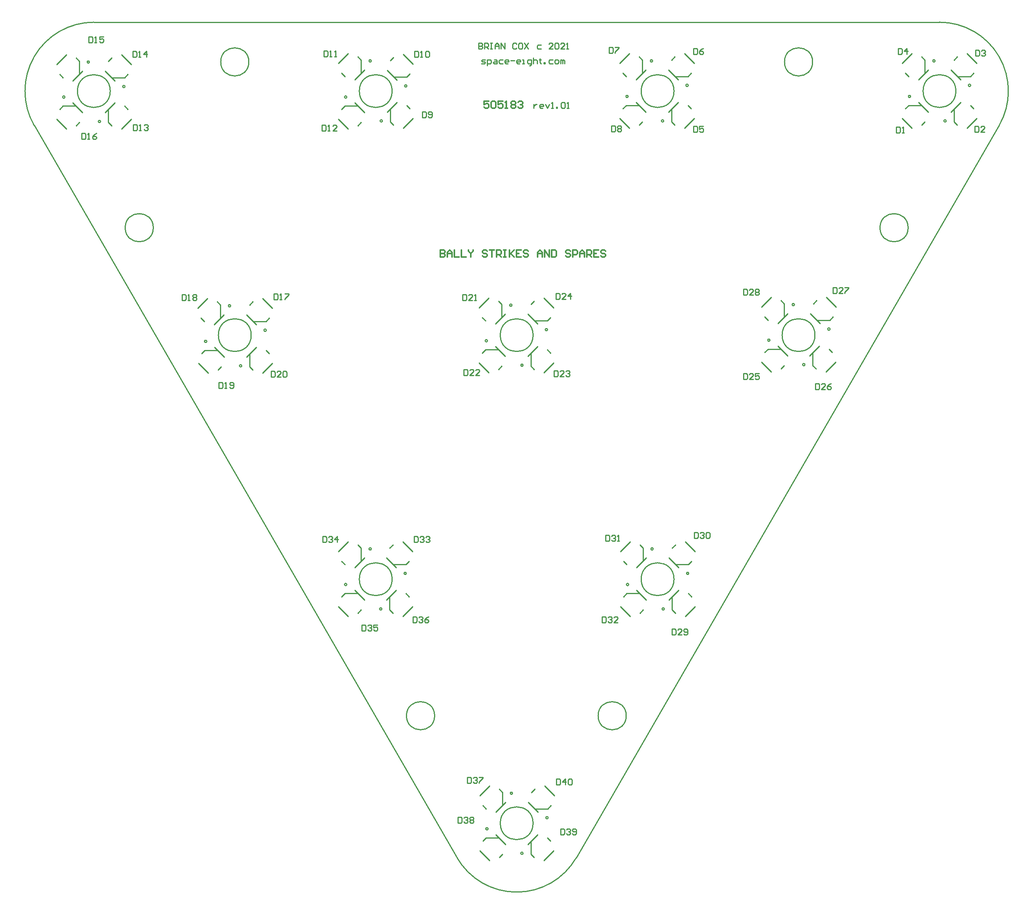
<source format=gto>
%FSLAX25Y25*%
%MOIN*%
G70*
G01*
G75*
G04 Layer_Color=65535*
%ADD10P,0.08352X4X90.0*%
%ADD11P,0.08352X4X180.0*%
%ADD12C,0.05000*%
%ADD13C,0.02500*%
%ADD14C,0.16500*%
%ADD15C,0.04000*%
%ADD16C,0.12500*%
%ADD17R,0.05000X0.08000*%
%ADD18R,0.08000X0.05000*%
G04:AMPARAMS|DCode=19|XSize=122.05mil|YSize=177.16mil|CornerRadius=0mil|HoleSize=0mil|Usage=FLASHONLY|Rotation=210.000|XOffset=0mil|YOffset=0mil|HoleType=Round|Shape=Rectangle|*
%AMROTATEDRECTD19*
4,1,4,0.00856,0.10723,0.09714,-0.04620,-0.00856,-0.10723,-0.09714,0.04620,0.00856,0.10723,0.0*
%
%ADD19ROTATEDRECTD19*%

G04:AMPARAMS|DCode=20|XSize=122.05mil|YSize=177.16mil|CornerRadius=0mil|HoleSize=0mil|Usage=FLASHONLY|Rotation=150.000|XOffset=0mil|YOffset=0mil|HoleType=Round|Shape=Rectangle|*
%AMROTATEDRECTD20*
4,1,4,0.09714,0.04620,0.00856,-0.10723,-0.09714,-0.04620,-0.00856,0.10723,0.09714,0.04620,0.0*
%
%ADD20ROTATEDRECTD20*%

%ADD21R,0.17716X0.12205*%
%ADD22C,0.01000*%
%ADD23C,0.01200*%
D22*
X1172500Y1059000D02*
G03*
X1172500Y1059000I-12000J0D01*
G01*
X1254000Y917500D02*
G03*
X1254000Y917500I-12000J0D01*
G01*
X850000Y501000D02*
G03*
X850000Y501000I-12000J0D01*
G01*
X1013500D02*
G03*
X1013500Y501000I-12000J0D01*
G01*
X915992Y851372D02*
G03*
X915992Y851372I-984J0D01*
G01*
X895112Y821007D02*
G03*
X895112Y821007I-984J0D01*
G01*
X925477Y800128D02*
G03*
X925477Y800128I-984J0D01*
G01*
X946356Y830493D02*
G03*
X946356Y830493I-984J0D01*
G01*
X1256112Y1029507D02*
G03*
X1256112Y1029507I-984J0D01*
G01*
X1286477Y1008628D02*
G03*
X1286477Y1008628I-984J0D01*
G01*
X1307356Y1038993D02*
G03*
X1307356Y1038993I-984J0D01*
G01*
X1276992Y1059872D02*
G03*
X1276992Y1059872I-984J0D01*
G01*
X1165977Y800628D02*
G03*
X1165977Y800628I-984J0D01*
G01*
X1187356Y830993D02*
G03*
X1187356Y830993I-984J0D01*
G01*
X1156992Y851872D02*
G03*
X1156992Y851872I-984J0D01*
G01*
X1045477Y1008628D02*
G03*
X1045477Y1008628I-984J0D01*
G01*
X1066356Y1038993D02*
G03*
X1066356Y1038993I-984J0D01*
G01*
X1035992Y1059872D02*
G03*
X1035992Y1059872I-984J0D01*
G01*
X1015112Y1029507D02*
G03*
X1015112Y1029507I-984J0D01*
G01*
X685477Y799628D02*
G03*
X685477Y799628I-984J0D01*
G01*
X655612Y820507D02*
G03*
X655612Y820507I-984J0D01*
G01*
X675992Y850872D02*
G03*
X675992Y850872I-984J0D01*
G01*
X706356Y829993D02*
G03*
X706356Y829993I-984J0D01*
G01*
X946856Y413993D02*
G03*
X946856Y413993I-984J0D01*
G01*
X925477Y383628D02*
G03*
X925477Y383628I-984J0D01*
G01*
X895612Y404507D02*
G03*
X895612Y404507I-984J0D01*
G01*
X916492Y434872D02*
G03*
X916492Y434872I-984J0D01*
G01*
X534612Y1029007D02*
G03*
X534612Y1029007I-984J0D01*
G01*
X555492Y1058872D02*
G03*
X555492Y1058872I-984J0D01*
G01*
X585856Y1037993D02*
G03*
X585856Y1037993I-984J0D01*
G01*
X564977Y1008128D02*
G03*
X564977Y1008128I-984J0D01*
G01*
X804977Y592128D02*
G03*
X804977Y592128I-984J0D01*
G01*
X775112Y613007D02*
G03*
X775112Y613007I-984J0D01*
G01*
X795992Y643372D02*
G03*
X795992Y643372I-984J0D01*
G01*
X825856Y622493D02*
G03*
X825856Y622493I-984J0D01*
G01*
X775112Y1029007D02*
G03*
X775112Y1029007I-984J0D01*
G01*
X795992Y1059872D02*
G03*
X795992Y1059872I-984J0D01*
G01*
X826356Y1038493D02*
G03*
X826356Y1038493I-984J0D01*
G01*
X805477Y1008628D02*
G03*
X805477Y1008628I-984J0D01*
G01*
X1015612Y613007D02*
G03*
X1015612Y613007I-984J0D01*
G01*
X1036492Y643372D02*
G03*
X1036492Y643372I-984J0D01*
G01*
X1066856Y622493D02*
G03*
X1066856Y622493I-984J0D01*
G01*
X1045977Y592128D02*
G03*
X1045977Y592128I-984J0D01*
G01*
X1136112Y821507D02*
G03*
X1136112Y821507I-984J0D01*
G01*
X691500Y1059000D02*
G03*
X691500Y1059000I-12000J0D01*
G01*
X610000Y917500D02*
G03*
X610000Y917500I-12000J0D01*
G01*
X869122Y379880D02*
G03*
X970897Y379880I50888J29380D01*
G01*
X934010Y825818D02*
G03*
X934010Y825818I-14000J0D01*
G01*
Y409260D02*
G03*
X934010Y409260I-14000J0D01*
G01*
X559260Y1092857D02*
G03*
X508372Y1004717I0J-58760D01*
G01*
X813760Y1034097D02*
G03*
X813760Y1034097I-14000J0D01*
G01*
X573260D02*
G03*
X573260Y1034097I-14000J0D01*
G01*
X693510Y825818D02*
G03*
X693510Y825818I-14000J0D01*
G01*
X813760Y617539D02*
G03*
X813760Y617539I-14000J0D01*
G01*
X1294760Y1034097D02*
G03*
X1294760Y1034097I-14000J0D01*
G01*
X1054260D02*
G03*
X1054260Y1034097I-14000J0D01*
G01*
X1174510Y825818D02*
G03*
X1174510Y825818I-14000J0D01*
G01*
X1054260Y617539D02*
G03*
X1054260Y617539I-14000J0D01*
G01*
X1331647Y1004717D02*
G03*
X1280760Y1092857I-50888J29380D01*
G01*
X907352Y840932D02*
Y852068D01*
X887864Y849284D02*
X896216Y857635D01*
X901784Y835365D02*
X910135Y843716D01*
X890648Y840932D02*
X893432Y838148D01*
X904568Y854852D02*
X907352Y852068D01*
X893432Y813352D02*
X904568Y813352D01*
X887864Y802216D02*
X896216Y793864D01*
X901784Y816136D02*
X910135Y807784D01*
X904568Y796648D02*
X907352Y799432D01*
X890648Y810568D02*
X893432Y813352D01*
X932148Y799432D02*
Y810568D01*
X943284Y793864D02*
X951635Y802216D01*
X929364Y807784D02*
X937716Y816136D01*
X946068Y813352D02*
X948852Y810568D01*
X932148Y799432D02*
X934932Y796648D01*
Y838148D02*
X946068D01*
X943284Y857635D02*
X951635Y849284D01*
X929364Y843716D02*
X937716Y835365D01*
X932148Y852068D02*
X934932Y854852D01*
X946068Y838148D02*
X948852Y840932D01*
X1254432Y1021852D02*
X1265568D01*
X1248864Y1010716D02*
X1257216Y1002365D01*
X1262784Y1024636D02*
X1271136Y1016284D01*
X1265568Y1005148D02*
X1268352Y1007932D01*
X1251648Y1019068D02*
X1254432Y1021852D01*
X1293148Y1007932D02*
Y1019068D01*
X1304284Y1002365D02*
X1312636Y1010716D01*
X1290364Y1016284D02*
X1298716Y1024636D01*
X1307068Y1021852D02*
X1309852Y1019068D01*
X1293148Y1007932D02*
X1295932Y1005148D01*
Y1046648D02*
X1307068D01*
X1304284Y1066136D02*
X1312636Y1057784D01*
X1290364Y1052216D02*
X1298716Y1043865D01*
X1293148Y1060568D02*
X1295932Y1063352D01*
X1307068Y1046648D02*
X1309852Y1049432D01*
X1268352D02*
Y1060568D01*
X1248864Y1057784D02*
X1257216Y1066136D01*
X1262784Y1043865D02*
X1271136Y1052216D01*
X1251648Y1049432D02*
X1254432Y1046648D01*
X1265568Y1063352D02*
X1268352Y1060568D01*
X1172648Y799932D02*
Y811068D01*
X1183784Y794365D02*
X1192136Y802716D01*
X1169864Y808284D02*
X1178216Y816636D01*
X1186568Y813852D02*
X1189352Y811068D01*
X1172648Y799932D02*
X1175432Y797148D01*
X1175932Y838648D02*
X1187068D01*
X1184284Y858136D02*
X1192636Y849784D01*
X1170364Y844216D02*
X1178716Y835865D01*
X1173148Y852568D02*
X1175932Y855352D01*
X1187068Y838648D02*
X1189852Y841432D01*
X1148352D02*
Y852568D01*
X1128864Y849784D02*
X1137216Y858136D01*
X1142784Y835865D02*
X1151136Y844216D01*
X1131648Y841432D02*
X1134432Y838648D01*
X1145568Y855352D02*
X1148352Y852568D01*
X1052148Y1007932D02*
Y1019068D01*
X1063284Y1002365D02*
X1071636Y1010716D01*
X1049364Y1016284D02*
X1057716Y1024636D01*
X1066068Y1021852D02*
X1068852Y1019068D01*
X1052148Y1007932D02*
X1054932Y1005148D01*
Y1046648D02*
X1066068D01*
X1063284Y1066136D02*
X1071636Y1057784D01*
X1049364Y1052216D02*
X1057716Y1043865D01*
X1052148Y1060568D02*
X1054932Y1063352D01*
X1066068Y1046648D02*
X1068852Y1049432D01*
X1027352D02*
Y1060568D01*
X1007864Y1057784D02*
X1016216Y1066136D01*
X1021784Y1043865D02*
X1030136Y1052216D01*
X1010648Y1049432D02*
X1013432Y1046648D01*
X1024568Y1063352D02*
X1027352Y1060568D01*
X1013432Y1021852D02*
X1024568D01*
X1007864Y1010716D02*
X1016216Y1002365D01*
X1021784Y1024636D02*
X1030136Y1016284D01*
X1024568Y1005148D02*
X1027352Y1007932D01*
X1010648Y1019068D02*
X1013432Y1021852D01*
X692148Y798932D02*
X694932Y796148D01*
X706068Y812852D02*
X708852Y810068D01*
X689364Y807284D02*
X697716Y815635D01*
X703284Y793364D02*
X711635Y801716D01*
X692148Y798932D02*
Y810068D01*
X651148D02*
X653932Y812852D01*
X665068Y796148D02*
X667852Y798932D01*
X662284Y815635D02*
X670636Y807284D01*
X648364Y801716D02*
X656716Y793364D01*
X653932Y812852D02*
X665068D01*
X664568Y854352D02*
X667352Y851568D01*
X650648Y840432D02*
X653432Y837648D01*
X661784Y834865D02*
X670135Y843216D01*
X647864Y848784D02*
X656216Y857135D01*
X667352Y840432D02*
Y851568D01*
X706068Y837648D02*
X708852Y840432D01*
X692148Y851568D02*
X694932Y854352D01*
X689364Y843216D02*
X697716Y834865D01*
X703284Y857135D02*
X711635Y848784D01*
X694932Y837648D02*
X706068D01*
X946568Y421648D02*
X949352Y424432D01*
X932648Y435568D02*
X935432Y438352D01*
X929865Y427216D02*
X938216Y418864D01*
X943784Y441136D02*
X952135Y432784D01*
X935432Y421648D02*
X946568D01*
X932148Y382932D02*
X934932Y380148D01*
X946068Y396852D02*
X948852Y394068D01*
X929364Y391284D02*
X937716Y399636D01*
X943284Y377364D02*
X951635Y385716D01*
X932148Y382932D02*
Y394068D01*
X891148D02*
X893932Y396852D01*
X905068Y380148D02*
X907852Y382932D01*
X902284Y399636D02*
X910635Y391284D01*
X888365Y385716D02*
X896716Y377364D01*
X893932Y396852D02*
X905068D01*
Y438352D02*
X907852Y435568D01*
X891148Y424432D02*
X893932Y421648D01*
X902284Y418864D02*
X910635Y427216D01*
X888365Y432784D02*
X896716Y441136D01*
X907852Y424432D02*
Y435568D01*
X530148Y1018568D02*
X532932Y1021352D01*
X544068Y1004648D02*
X546852Y1007432D01*
X541284Y1024135D02*
X549636Y1015784D01*
X527364Y1010216D02*
X535716Y1001865D01*
X532932Y1021352D02*
X544068D01*
Y1062352D02*
X546852Y1059568D01*
X530148Y1048432D02*
X532932Y1045648D01*
X541284Y1042865D02*
X549636Y1051216D01*
X527364Y1056784D02*
X535716Y1065135D01*
X546852Y1048432D02*
Y1059568D01*
X585568Y1045648D02*
X588352Y1048432D01*
X571648Y1059568D02*
X574432Y1062352D01*
X568864Y1051216D02*
X577216Y1042865D01*
X582784Y1065135D02*
X591136Y1056784D01*
X574432Y1045648D02*
X585568D01*
X571648Y1007432D02*
X574432Y1004648D01*
X585568Y1021352D02*
X588352Y1018568D01*
X568864Y1015784D02*
X577216Y1024135D01*
X582784Y1001865D02*
X591136Y1010216D01*
X571648Y1007432D02*
Y1018568D01*
X811648Y591432D02*
X814432Y588648D01*
X825568Y605352D02*
X828352Y602568D01*
X808864Y599784D02*
X817216Y608136D01*
X822784Y585864D02*
X831135Y594216D01*
X811648Y591432D02*
Y602568D01*
X770648D02*
X773432Y605352D01*
X784568Y588648D02*
X787352Y591432D01*
X781784Y608136D02*
X790135Y599784D01*
X767865Y594216D02*
X776216Y585864D01*
X773432Y605352D02*
X784568D01*
Y646852D02*
X787352Y644068D01*
X770648Y632932D02*
X773432Y630148D01*
X781784Y627364D02*
X790135Y635716D01*
X767865Y641284D02*
X776216Y649636D01*
X787352Y632932D02*
Y644068D01*
X825568Y630148D02*
X828352Y632932D01*
X811648Y644068D02*
X814432Y646852D01*
X808864Y635716D02*
X817216Y627364D01*
X822784Y649636D02*
X831135Y641284D01*
X814432Y630148D02*
X825568D01*
X770648Y1018568D02*
X773432Y1021352D01*
X784568Y1004648D02*
X787352Y1007432D01*
X781784Y1024135D02*
X790135Y1015784D01*
X767865Y1010216D02*
X776216Y1001865D01*
X773432Y1021352D02*
X784568D01*
Y1063352D02*
X787352Y1060568D01*
X770648Y1049432D02*
X773432Y1046648D01*
X781784Y1043865D02*
X790135Y1052216D01*
X767865Y1057784D02*
X776216Y1066136D01*
X787352Y1049432D02*
Y1060568D01*
X826068Y1046148D02*
X828852Y1048932D01*
X812148Y1060068D02*
X814932Y1062852D01*
X809365Y1051716D02*
X817716Y1043365D01*
X823284Y1065635D02*
X831635Y1057284D01*
X814932Y1046148D02*
X826068D01*
X812148Y1007932D02*
X814932Y1005148D01*
X826068Y1021852D02*
X828852Y1019068D01*
X809365Y1016284D02*
X817716Y1024636D01*
X823284Y1002365D02*
X831635Y1010716D01*
X812148Y1007932D02*
Y1019068D01*
X1011148Y602568D02*
X1013932Y605352D01*
X1025068Y588648D02*
X1027852Y591432D01*
X1022284Y608136D02*
X1030636Y599784D01*
X1008364Y594216D02*
X1016716Y585864D01*
X1013932Y605352D02*
X1025068D01*
Y646852D02*
X1027852Y644068D01*
X1011148Y632932D02*
X1013932Y630148D01*
X1022284Y627364D02*
X1030636Y635716D01*
X1008364Y641284D02*
X1016716Y649636D01*
X1027852Y632932D02*
Y644068D01*
X1066568Y630148D02*
X1069352Y632932D01*
X1052648Y644068D02*
X1055432Y646852D01*
X1049864Y635716D02*
X1058216Y627364D01*
X1063784Y649636D02*
X1072136Y641284D01*
X1055432Y630148D02*
X1066568D01*
X1052648Y591432D02*
X1055432Y588648D01*
X1066568Y605352D02*
X1069352Y602568D01*
X1049864Y599784D02*
X1058216Y608136D01*
X1063784Y585864D02*
X1072136Y594216D01*
X1052648Y591432D02*
Y602568D01*
X1131648Y811068D02*
X1134432Y813852D01*
X1145568Y797148D02*
X1148352Y799932D01*
X1142784Y816636D02*
X1151136Y808284D01*
X1128864Y802716D02*
X1137216Y794365D01*
X1134432Y813852D02*
X1145568D01*
X559260Y1092857D02*
X1280760D01*
X508372Y1004717D02*
X869122Y379880D01*
X970897D02*
X1331647Y1004717D01*
X1175000Y784498D02*
Y779500D01*
X1177499D01*
X1178332Y780333D01*
Y783665D01*
X1177499Y784498D01*
X1175000D01*
X1183331Y779500D02*
X1179998D01*
X1183331Y782832D01*
Y783665D01*
X1182498Y784498D01*
X1180831D01*
X1179998Y783665D01*
X1188329Y784498D02*
X1186663Y783665D01*
X1184997Y781999D01*
Y780333D01*
X1185830Y779500D01*
X1187496D01*
X1188329Y780333D01*
Y781166D01*
X1187496Y781999D01*
X1184997D01*
X1190000Y866498D02*
Y861500D01*
X1192499D01*
X1193332Y862333D01*
Y865665D01*
X1192499Y866498D01*
X1190000D01*
X1198331Y861500D02*
X1194998D01*
X1198331Y864832D01*
Y865665D01*
X1197498Y866498D01*
X1195831D01*
X1194998Y865665D01*
X1199997Y866498D02*
X1203329D01*
Y865665D01*
X1199997Y862333D01*
Y861500D01*
X1113500Y864998D02*
Y860000D01*
X1115999D01*
X1116832Y860833D01*
Y864165D01*
X1115999Y864998D01*
X1113500D01*
X1121831Y860000D02*
X1118498D01*
X1121831Y863332D01*
Y864165D01*
X1120998Y864998D01*
X1119331D01*
X1118498Y864165D01*
X1123497D02*
X1124330Y864998D01*
X1125996D01*
X1126829Y864165D01*
Y863332D01*
X1125996Y862499D01*
X1126829Y861666D01*
Y860833D01*
X1125996Y860000D01*
X1124330D01*
X1123497Y860833D01*
Y861666D01*
X1124330Y862499D01*
X1123497Y863332D01*
Y864165D01*
X1124330Y862499D02*
X1125996D01*
X1071000Y1003998D02*
Y999000D01*
X1073499D01*
X1074332Y999833D01*
Y1003165D01*
X1073499Y1003998D01*
X1071000D01*
X1079331D02*
X1075998D01*
Y1001499D01*
X1077664Y1002332D01*
X1078498D01*
X1079331Y1001499D01*
Y999833D01*
X1078498Y999000D01*
X1076831D01*
X1075998Y999833D01*
X1071000Y1070498D02*
Y1065500D01*
X1073499D01*
X1074332Y1066333D01*
Y1069665D01*
X1073499Y1070498D01*
X1071000D01*
X1079331D02*
X1077664Y1069665D01*
X1075998Y1067999D01*
Y1066333D01*
X1076831Y1065500D01*
X1078498D01*
X1079331Y1066333D01*
Y1067166D01*
X1078498Y1067999D01*
X1075998D01*
X999000Y1071498D02*
Y1066500D01*
X1001499D01*
X1002332Y1067333D01*
Y1070665D01*
X1001499Y1071498D01*
X999000D01*
X1003998D02*
X1007331D01*
Y1070665D01*
X1003998Y1067333D01*
Y1066500D01*
X1001000Y1004498D02*
Y999500D01*
X1003499D01*
X1004332Y1000333D01*
Y1003665D01*
X1003499Y1004498D01*
X1001000D01*
X1005998Y1003665D02*
X1006831Y1004498D01*
X1008498D01*
X1009331Y1003665D01*
Y1002832D01*
X1008498Y1001999D01*
X1009331Y1001166D01*
Y1000333D01*
X1008498Y999500D01*
X1006831D01*
X1005998Y1000333D01*
Y1001166D01*
X1006831Y1001999D01*
X1005998Y1002832D01*
Y1003665D01*
X1006831Y1001999D02*
X1008498D01*
X874000Y860498D02*
Y855500D01*
X876499D01*
X877332Y856333D01*
Y859665D01*
X876499Y860498D01*
X874000D01*
X882331Y855500D02*
X878998D01*
X882331Y858832D01*
Y859665D01*
X881498Y860498D01*
X879831D01*
X878998Y859665D01*
X883997Y855500D02*
X885663D01*
X884830D01*
Y860498D01*
X883997Y859665D01*
X875000Y796498D02*
Y791500D01*
X877499D01*
X878332Y792333D01*
Y795665D01*
X877499Y796498D01*
X875000D01*
X883331Y791500D02*
X879998D01*
X883331Y794832D01*
Y795665D01*
X882498Y796498D01*
X880831D01*
X879998Y795665D01*
X888329Y791500D02*
X884997D01*
X888329Y794832D01*
Y795665D01*
X887496Y796498D01*
X885830D01*
X884997Y795665D01*
X952000Y795498D02*
Y790500D01*
X954499D01*
X955332Y791333D01*
Y794665D01*
X954499Y795498D01*
X952000D01*
X960331Y790500D02*
X956998D01*
X960331Y793832D01*
Y794665D01*
X959498Y795498D01*
X957831D01*
X956998Y794665D01*
X961997D02*
X962830Y795498D01*
X964496D01*
X965329Y794665D01*
Y793832D01*
X964496Y792999D01*
X963663D01*
X964496D01*
X965329Y792166D01*
Y791333D01*
X964496Y790500D01*
X962830D01*
X961997Y791333D01*
X953500Y861498D02*
Y856500D01*
X955999D01*
X956832Y857333D01*
Y860665D01*
X955999Y861498D01*
X953500D01*
X961831Y856500D02*
X958498D01*
X961831Y859832D01*
Y860665D01*
X960998Y861498D01*
X959331D01*
X958498Y860665D01*
X965996Y856500D02*
Y861498D01*
X963497Y858999D01*
X966829D01*
X1244000Y1003498D02*
Y998500D01*
X1246499D01*
X1247332Y999333D01*
Y1002665D01*
X1246499Y1003498D01*
X1244000D01*
X1248998Y998500D02*
X1250665D01*
X1249831D01*
Y1003498D01*
X1248998Y1002665D01*
X1311000Y1003998D02*
Y999000D01*
X1313499D01*
X1314332Y999833D01*
Y1003165D01*
X1313499Y1003998D01*
X1311000D01*
X1319331Y999000D02*
X1315998D01*
X1319331Y1002332D01*
Y1003165D01*
X1318498Y1003998D01*
X1316831D01*
X1315998Y1003165D01*
X1311500Y1068998D02*
Y1064000D01*
X1313999D01*
X1314832Y1064833D01*
Y1068165D01*
X1313999Y1068998D01*
X1311500D01*
X1316498Y1068165D02*
X1317331Y1068998D01*
X1318998D01*
X1319831Y1068165D01*
Y1067332D01*
X1318998Y1066499D01*
X1318165D01*
X1318998D01*
X1319831Y1065666D01*
Y1064833D01*
X1318998Y1064000D01*
X1317331D01*
X1316498Y1064833D01*
X1245500Y1070498D02*
Y1065500D01*
X1247999D01*
X1248832Y1066333D01*
Y1069665D01*
X1247999Y1070498D01*
X1245500D01*
X1252998Y1065500D02*
Y1070498D01*
X1250498Y1067999D01*
X1253831D01*
X1113500Y792998D02*
Y788000D01*
X1115999D01*
X1116832Y788833D01*
Y792165D01*
X1115999Y792998D01*
X1113500D01*
X1121831Y788000D02*
X1118498D01*
X1121831Y791332D01*
Y792165D01*
X1120998Y792998D01*
X1119331D01*
X1118498Y792165D01*
X1126829Y792998D02*
X1123497D01*
Y790499D01*
X1125163Y791332D01*
X1125996D01*
X1126829Y790499D01*
Y788833D01*
X1125996Y788000D01*
X1124330D01*
X1123497Y788833D01*
X754000Y1004998D02*
Y1000000D01*
X756499D01*
X757332Y1000833D01*
Y1004165D01*
X756499Y1004998D01*
X754000D01*
X758998Y1000000D02*
X760665D01*
X759831D01*
Y1004998D01*
X758998Y1004165D01*
X766496Y1000000D02*
X763164D01*
X766496Y1003332D01*
Y1004165D01*
X765663Y1004998D01*
X763997D01*
X763164Y1004165D01*
X755500Y1068498D02*
Y1063500D01*
X757999D01*
X758832Y1064333D01*
Y1067665D01*
X757999Y1068498D01*
X755500D01*
X760498Y1063500D02*
X762164D01*
X761331D01*
Y1068498D01*
X760498Y1067665D01*
X764664Y1063500D02*
X766330D01*
X765497D01*
Y1068498D01*
X764664Y1067665D01*
X833000Y1067998D02*
Y1063000D01*
X835499D01*
X836332Y1063833D01*
Y1067165D01*
X835499Y1067998D01*
X833000D01*
X837998Y1063000D02*
X839664D01*
X838831D01*
Y1067998D01*
X837998Y1067165D01*
X842164D02*
X842997Y1067998D01*
X844663D01*
X845496Y1067165D01*
Y1063833D01*
X844663Y1063000D01*
X842997D01*
X842164Y1063833D01*
Y1067165D01*
X839500Y1016498D02*
Y1011500D01*
X841999D01*
X842832Y1012333D01*
Y1015665D01*
X841999Y1016498D01*
X839500D01*
X844498Y1012333D02*
X845331Y1011500D01*
X846998D01*
X847831Y1012333D01*
Y1015665D01*
X846998Y1016498D01*
X845331D01*
X844498Y1015665D01*
Y1014832D01*
X845331Y1013999D01*
X847831D01*
X993000Y585498D02*
Y580500D01*
X995499D01*
X996332Y581333D01*
Y584665D01*
X995499Y585498D01*
X993000D01*
X997998Y584665D02*
X998831Y585498D01*
X1000498D01*
X1001331Y584665D01*
Y583832D01*
X1000498Y582999D01*
X999664D01*
X1000498D01*
X1001331Y582166D01*
Y581333D01*
X1000498Y580500D01*
X998831D01*
X997998Y581333D01*
X1006329Y580500D02*
X1002997D01*
X1006329Y583832D01*
Y584665D01*
X1005496Y585498D01*
X1003830D01*
X1002997Y584665D01*
X996000Y654998D02*
Y650000D01*
X998499D01*
X999332Y650833D01*
Y654165D01*
X998499Y654998D01*
X996000D01*
X1000998Y654165D02*
X1001831Y654998D01*
X1003498D01*
X1004331Y654165D01*
Y653332D01*
X1003498Y652499D01*
X1002664D01*
X1003498D01*
X1004331Y651666D01*
Y650833D01*
X1003498Y650000D01*
X1001831D01*
X1000998Y650833D01*
X1005997Y650000D02*
X1007663D01*
X1006830D01*
Y654998D01*
X1005997Y654165D01*
X1071500Y657498D02*
Y652500D01*
X1073999D01*
X1074832Y653333D01*
Y656665D01*
X1073999Y657498D01*
X1071500D01*
X1076498Y656665D02*
X1077331Y657498D01*
X1078998D01*
X1079831Y656665D01*
Y655832D01*
X1078998Y654999D01*
X1078164D01*
X1078998D01*
X1079831Y654166D01*
Y653333D01*
X1078998Y652500D01*
X1077331D01*
X1076498Y653333D01*
X1081497Y656665D02*
X1082330Y657498D01*
X1083996D01*
X1084829Y656665D01*
Y653333D01*
X1083996Y652500D01*
X1082330D01*
X1081497Y653333D01*
Y656665D01*
X1052500Y574998D02*
Y570000D01*
X1054999D01*
X1055832Y570833D01*
Y574165D01*
X1054999Y574998D01*
X1052500D01*
X1060831Y570000D02*
X1057498D01*
X1060831Y573332D01*
Y574165D01*
X1059998Y574998D01*
X1058331D01*
X1057498Y574165D01*
X1062497Y570833D02*
X1063330Y570000D01*
X1064996D01*
X1065829Y570833D01*
Y574165D01*
X1064996Y574998D01*
X1063330D01*
X1062497Y574165D01*
Y573332D01*
X1063330Y572499D01*
X1065829D01*
X549000Y997998D02*
Y993000D01*
X551499D01*
X552332Y993833D01*
Y997165D01*
X551499Y997998D01*
X549000D01*
X553998Y993000D02*
X555664D01*
X554831D01*
Y997998D01*
X553998Y997165D01*
X561496Y997998D02*
X559830Y997165D01*
X558164Y995499D01*
Y993833D01*
X558997Y993000D01*
X560663D01*
X561496Y993833D01*
Y994666D01*
X560663Y995499D01*
X558164D01*
X555000Y1080498D02*
Y1075500D01*
X557499D01*
X558332Y1076333D01*
Y1079665D01*
X557499Y1080498D01*
X555000D01*
X559998Y1075500D02*
X561664D01*
X560831D01*
Y1080498D01*
X559998Y1079665D01*
X567496Y1080498D02*
X564164D01*
Y1077999D01*
X565830Y1078832D01*
X566663D01*
X567496Y1077999D01*
Y1076333D01*
X566663Y1075500D01*
X564997D01*
X564164Y1076333D01*
X592500Y1067998D02*
Y1063000D01*
X594999D01*
X595832Y1063833D01*
Y1067165D01*
X594999Y1067998D01*
X592500D01*
X597498Y1063000D02*
X599164D01*
X598331D01*
Y1067998D01*
X597498Y1067165D01*
X604163Y1063000D02*
Y1067998D01*
X601664Y1065499D01*
X604996D01*
X593000Y1005498D02*
Y1000500D01*
X595499D01*
X596332Y1001333D01*
Y1004665D01*
X595499Y1005498D01*
X593000D01*
X597998Y1000500D02*
X599664D01*
X598831D01*
Y1005498D01*
X597998Y1004665D01*
X602164D02*
X602997Y1005498D01*
X604663D01*
X605496Y1004665D01*
Y1003832D01*
X604663Y1002999D01*
X603830D01*
X604663D01*
X605496Y1002166D01*
Y1001333D01*
X604663Y1000500D01*
X602997D01*
X602164Y1001333D01*
X831500Y585498D02*
Y580500D01*
X833999D01*
X834832Y581333D01*
Y584665D01*
X833999Y585498D01*
X831500D01*
X836498Y584665D02*
X837331Y585498D01*
X838998D01*
X839831Y584665D01*
Y583832D01*
X838998Y582999D01*
X838165D01*
X838998D01*
X839831Y582166D01*
Y581333D01*
X838998Y580500D01*
X837331D01*
X836498Y581333D01*
X844829Y585498D02*
X843163Y584665D01*
X841497Y582999D01*
Y581333D01*
X842330Y580500D01*
X843996D01*
X844829Y581333D01*
Y582166D01*
X843996Y582999D01*
X841497D01*
X788000Y578498D02*
Y573500D01*
X790499D01*
X791332Y574333D01*
Y577665D01*
X790499Y578498D01*
X788000D01*
X792998Y577665D02*
X793831Y578498D01*
X795498D01*
X796331Y577665D01*
Y576832D01*
X795498Y575999D01*
X794664D01*
X795498D01*
X796331Y575166D01*
Y574333D01*
X795498Y573500D01*
X793831D01*
X792998Y574333D01*
X801329Y578498D02*
X797997D01*
Y575999D01*
X799663Y576832D01*
X800496D01*
X801329Y575999D01*
Y574333D01*
X800496Y573500D01*
X798830D01*
X797997Y574333D01*
X754500Y653998D02*
Y649000D01*
X756999D01*
X757832Y649833D01*
Y653165D01*
X756999Y653998D01*
X754500D01*
X759498Y653165D02*
X760331Y653998D01*
X761998D01*
X762831Y653165D01*
Y652332D01*
X761998Y651499D01*
X761165D01*
X761998D01*
X762831Y650666D01*
Y649833D01*
X761998Y649000D01*
X760331D01*
X759498Y649833D01*
X766996Y649000D02*
Y653998D01*
X764497Y651499D01*
X767829D01*
X832500Y653998D02*
Y649000D01*
X834999D01*
X835832Y649833D01*
Y653165D01*
X834999Y653998D01*
X832500D01*
X837498Y653165D02*
X838331Y653998D01*
X839998D01*
X840831Y653165D01*
Y652332D01*
X839998Y651499D01*
X839165D01*
X839998D01*
X840831Y650666D01*
Y649833D01*
X839998Y649000D01*
X838331D01*
X837498Y649833D01*
X842497Y653165D02*
X843330Y653998D01*
X844996D01*
X845829Y653165D01*
Y652332D01*
X844996Y651499D01*
X844163D01*
X844996D01*
X845829Y650666D01*
Y649833D01*
X844996Y649000D01*
X843330D01*
X842497Y649833D01*
X710500Y794998D02*
Y790000D01*
X712999D01*
X713832Y790833D01*
Y794165D01*
X712999Y794998D01*
X710500D01*
X718831Y790000D02*
X715498D01*
X718831Y793332D01*
Y794165D01*
X717998Y794998D01*
X716331D01*
X715498Y794165D01*
X720497D02*
X721330Y794998D01*
X722996D01*
X723829Y794165D01*
Y790833D01*
X722996Y790000D01*
X721330D01*
X720497Y790833D01*
Y794165D01*
X666000Y785498D02*
Y780500D01*
X668499D01*
X669332Y781333D01*
Y784665D01*
X668499Y785498D01*
X666000D01*
X670998Y780500D02*
X672664D01*
X671831D01*
Y785498D01*
X670998Y784665D01*
X675164Y781333D02*
X675997Y780500D01*
X677663D01*
X678496Y781333D01*
Y784665D01*
X677663Y785498D01*
X675997D01*
X675164Y784665D01*
Y783832D01*
X675997Y782999D01*
X678496D01*
X634500Y860498D02*
Y855500D01*
X636999D01*
X637832Y856333D01*
Y859665D01*
X636999Y860498D01*
X634500D01*
X639498Y855500D02*
X641164D01*
X640331D01*
Y860498D01*
X639498Y859665D01*
X643664D02*
X644497Y860498D01*
X646163D01*
X646996Y859665D01*
Y858832D01*
X646163Y857999D01*
X646996Y857166D01*
Y856333D01*
X646163Y855500D01*
X644497D01*
X643664Y856333D01*
Y857166D01*
X644497Y857999D01*
X643664Y858832D01*
Y859665D01*
X644497Y857999D02*
X646163D01*
X713000Y860998D02*
Y856000D01*
X715499D01*
X716332Y856833D01*
Y860165D01*
X715499Y860998D01*
X713000D01*
X717998Y856000D02*
X719664D01*
X718831D01*
Y860998D01*
X717998Y860165D01*
X722164Y860998D02*
X725496D01*
Y860165D01*
X722164Y856833D01*
Y856000D01*
X954000Y446998D02*
Y442000D01*
X956499D01*
X957332Y442833D01*
Y446165D01*
X956499Y446998D01*
X954000D01*
X961498Y442000D02*
Y446998D01*
X958998Y444499D01*
X962331D01*
X963997Y446165D02*
X964830Y446998D01*
X966496D01*
X967329Y446165D01*
Y442833D01*
X966496Y442000D01*
X964830D01*
X963997Y442833D01*
Y446165D01*
X957500Y404498D02*
Y399500D01*
X959999D01*
X960832Y400333D01*
Y403665D01*
X959999Y404498D01*
X957500D01*
X962498Y403665D02*
X963331Y404498D01*
X964998D01*
X965831Y403665D01*
Y402832D01*
X964998Y401999D01*
X964165D01*
X964998D01*
X965831Y401166D01*
Y400333D01*
X964998Y399500D01*
X963331D01*
X962498Y400333D01*
X967497D02*
X968330Y399500D01*
X969996D01*
X970829Y400333D01*
Y403665D01*
X969996Y404498D01*
X968330D01*
X967497Y403665D01*
Y402832D01*
X968330Y401999D01*
X970829D01*
X870000Y414498D02*
Y409500D01*
X872499D01*
X873332Y410333D01*
Y413665D01*
X872499Y414498D01*
X870000D01*
X874998Y413665D02*
X875831Y414498D01*
X877498D01*
X878331Y413665D01*
Y412832D01*
X877498Y411999D01*
X876665D01*
X877498D01*
X878331Y411166D01*
Y410333D01*
X877498Y409500D01*
X875831D01*
X874998Y410333D01*
X879997Y413665D02*
X880830Y414498D01*
X882496D01*
X883329Y413665D01*
Y412832D01*
X882496Y411999D01*
X883329Y411166D01*
Y410333D01*
X882496Y409500D01*
X880830D01*
X879997Y410333D01*
Y411166D01*
X880830Y411999D01*
X879997Y412832D01*
Y413665D01*
X880830Y411999D02*
X882496D01*
X878000Y448498D02*
Y443500D01*
X880499D01*
X881332Y444333D01*
Y447665D01*
X880499Y448498D01*
X878000D01*
X882998Y447665D02*
X883831Y448498D01*
X885498D01*
X886331Y447665D01*
Y446832D01*
X885498Y445999D01*
X884665D01*
X885498D01*
X886331Y445166D01*
Y444333D01*
X885498Y443500D01*
X883831D01*
X882998Y444333D01*
X887997Y448498D02*
X891329D01*
Y447665D01*
X887997Y444333D01*
Y443500D01*
X890000Y1057500D02*
X892499D01*
X893332Y1058333D01*
X892499Y1059166D01*
X890833D01*
X890000Y1059999D01*
X890833Y1060832D01*
X893332D01*
X894998Y1055834D02*
Y1060832D01*
X897498D01*
X898331Y1059999D01*
Y1058333D01*
X897498Y1057500D01*
X894998D01*
X900830Y1060832D02*
X902496D01*
X903329Y1059999D01*
Y1057500D01*
X900830D01*
X899997Y1058333D01*
X900830Y1059166D01*
X903329D01*
X908327Y1060832D02*
X905828D01*
X904995Y1059999D01*
Y1058333D01*
X905828Y1057500D01*
X908327D01*
X912493D02*
X910827D01*
X909993Y1058333D01*
Y1059999D01*
X910827Y1060832D01*
X912493D01*
X913326Y1059999D01*
Y1059166D01*
X909993D01*
X914992Y1059999D02*
X918324D01*
X922489Y1057500D02*
X920823D01*
X919990Y1058333D01*
Y1059999D01*
X920823Y1060832D01*
X922489D01*
X923322Y1059999D01*
Y1059166D01*
X919990D01*
X924989Y1057500D02*
X926655D01*
X925822D01*
Y1060832D01*
X924989D01*
X930820Y1055834D02*
X931653D01*
X932486Y1056667D01*
Y1060832D01*
X929987D01*
X929154Y1059999D01*
Y1058333D01*
X929987Y1057500D01*
X932486D01*
X934152Y1062498D02*
Y1057500D01*
Y1059999D01*
X934985Y1060832D01*
X936652D01*
X937485Y1059999D01*
Y1057500D01*
X939984Y1061665D02*
Y1060832D01*
X939151D01*
X940817D01*
X939984D01*
Y1058333D01*
X940817Y1057500D01*
X943316D02*
Y1058333D01*
X944149D01*
Y1057500D01*
X943316D01*
X950814Y1060832D02*
X948314D01*
X947481Y1059999D01*
Y1058333D01*
X948314Y1057500D01*
X950814D01*
X953313D02*
X954979D01*
X955812Y1058333D01*
Y1059999D01*
X954979Y1060832D01*
X953313D01*
X952480Y1059999D01*
Y1058333D01*
X953313Y1057500D01*
X957478D02*
Y1060832D01*
X958311D01*
X959144Y1059999D01*
Y1057500D01*
Y1059999D01*
X959977Y1060832D01*
X960810Y1059999D01*
Y1057500D01*
X934619Y1022836D02*
Y1019504D01*
Y1021170D01*
X935452Y1022003D01*
X936285Y1022836D01*
X937119D01*
X942117Y1019504D02*
X940451D01*
X939618Y1020337D01*
Y1022003D01*
X940451Y1022836D01*
X942117D01*
X942950Y1022003D01*
Y1021170D01*
X939618D01*
X944616Y1022836D02*
X946282Y1019504D01*
X947948Y1022836D01*
X949615Y1019504D02*
X951281D01*
X950447D01*
Y1024502D01*
X949615Y1023669D01*
X953780Y1019504D02*
Y1020337D01*
X954613D01*
Y1019504D01*
X953780D01*
X957945Y1023669D02*
X958778Y1024502D01*
X960444D01*
X961277Y1023669D01*
Y1020337D01*
X960444Y1019504D01*
X958778D01*
X957945Y1020337D01*
Y1023669D01*
X962943Y1019504D02*
X964610D01*
X963776D01*
Y1024502D01*
X962943Y1023669D01*
X887500Y1074998D02*
Y1070000D01*
X889999D01*
X890832Y1070833D01*
Y1071666D01*
X889999Y1072499D01*
X887500D01*
X889999D01*
X890832Y1073332D01*
Y1074165D01*
X889999Y1074998D01*
X887500D01*
X892498Y1070000D02*
Y1074998D01*
X894998D01*
X895831Y1074165D01*
Y1072499D01*
X894998Y1071666D01*
X892498D01*
X894164D02*
X895831Y1070000D01*
X897497Y1074998D02*
X899163D01*
X898330D01*
Y1070000D01*
X897497D01*
X899163D01*
X901662D02*
Y1073332D01*
X903328Y1074998D01*
X904994Y1073332D01*
Y1070000D01*
Y1072499D01*
X901662D01*
X906660Y1070000D02*
Y1074998D01*
X909993Y1070000D01*
Y1074998D01*
X919989Y1074165D02*
X919156Y1074998D01*
X917490D01*
X916657Y1074165D01*
Y1070833D01*
X917490Y1070000D01*
X919156D01*
X919989Y1070833D01*
X924155Y1074998D02*
X922489D01*
X921656Y1074165D01*
Y1070833D01*
X922489Y1070000D01*
X924155D01*
X924988Y1070833D01*
Y1074165D01*
X924155Y1074998D01*
X926654D02*
X929986Y1070000D01*
Y1074998D02*
X926654Y1070000D01*
X940832Y1073332D02*
X938333D01*
X937500Y1072499D01*
Y1070833D01*
X938333Y1070000D01*
X940832D01*
X950829D02*
X947497D01*
X950829Y1073332D01*
Y1074165D01*
X949996Y1074998D01*
X948330D01*
X947497Y1074165D01*
X952495D02*
X953328Y1074998D01*
X954994D01*
X955827Y1074165D01*
Y1070833D01*
X954994Y1070000D01*
X953328D01*
X952495Y1070833D01*
Y1074165D01*
X960826Y1070000D02*
X957493D01*
X960826Y1073332D01*
Y1074165D01*
X959993Y1074998D01*
X958327D01*
X957493Y1074165D01*
X962492Y1070000D02*
X964158D01*
X963325D01*
Y1074998D01*
X962492Y1074165D01*
D23*
X855000Y898498D02*
Y892500D01*
X857999D01*
X858999Y893500D01*
Y894499D01*
X857999Y895499D01*
X855000D01*
X857999D01*
X858999Y896499D01*
Y897498D01*
X857999Y898498D01*
X855000D01*
X860998Y892500D02*
Y896499D01*
X862997Y898498D01*
X864997Y896499D01*
Y892500D01*
Y895499D01*
X860998D01*
X866996Y898498D02*
Y892500D01*
X870995D01*
X872994Y898498D02*
Y892500D01*
X876993D01*
X878992Y898498D02*
Y897498D01*
X880992Y895499D01*
X882991Y897498D01*
Y898498D01*
X880992Y895499D02*
Y892500D01*
X894987Y897498D02*
X893987Y898498D01*
X891988D01*
X890988Y897498D01*
Y896499D01*
X891988Y895499D01*
X893987D01*
X894987Y894499D01*
Y893500D01*
X893987Y892500D01*
X891988D01*
X890988Y893500D01*
X896986Y898498D02*
X900985D01*
X898986D01*
Y892500D01*
X902985D02*
Y898498D01*
X905984D01*
X906983Y897498D01*
Y895499D01*
X905984Y894499D01*
X902985D01*
X904984D02*
X906983Y892500D01*
X908982Y898498D02*
X910982D01*
X909982D01*
Y892500D01*
X908982D01*
X910982D01*
X913981Y898498D02*
Y892500D01*
Y894499D01*
X917980Y898498D01*
X914981Y895499D01*
X917980Y892500D01*
X923978Y898498D02*
X919979D01*
Y892500D01*
X923978D01*
X919979Y895499D02*
X921978D01*
X929976Y897498D02*
X928976Y898498D01*
X926977D01*
X925977Y897498D01*
Y896499D01*
X926977Y895499D01*
X928976D01*
X929976Y894499D01*
Y893500D01*
X928976Y892500D01*
X926977D01*
X925977Y893500D01*
X937973Y892500D02*
Y896499D01*
X939972Y898498D01*
X941972Y896499D01*
Y892500D01*
Y895499D01*
X937973D01*
X943971Y892500D02*
Y898498D01*
X947970Y892500D01*
Y898498D01*
X949969D02*
Y892500D01*
X952968D01*
X953968Y893500D01*
Y897498D01*
X952968Y898498D01*
X949969D01*
X965964Y897498D02*
X964964Y898498D01*
X962965D01*
X961965Y897498D01*
Y896499D01*
X962965Y895499D01*
X964964D01*
X965964Y894499D01*
Y893500D01*
X964964Y892500D01*
X962965D01*
X961965Y893500D01*
X967964Y892500D02*
Y898498D01*
X970963D01*
X971962Y897498D01*
Y895499D01*
X970963Y894499D01*
X967964D01*
X973962Y892500D02*
Y896499D01*
X975961Y898498D01*
X977960Y896499D01*
Y892500D01*
Y895499D01*
X973962D01*
X979960Y892500D02*
Y898498D01*
X982959D01*
X983958Y897498D01*
Y895499D01*
X982959Y894499D01*
X979960D01*
X981959D02*
X983958Y892500D01*
X989956Y898498D02*
X985958D01*
Y892500D01*
X989956D01*
X985958Y895499D02*
X987957D01*
X995954Y897498D02*
X994955Y898498D01*
X992955D01*
X991956Y897498D01*
Y896499D01*
X992955Y895499D01*
X994955D01*
X995954Y894499D01*
Y893500D01*
X994955Y892500D01*
X992955D01*
X991956Y893500D01*
X896118Y1025502D02*
X892119D01*
Y1022503D01*
X894119Y1023503D01*
X895118D01*
X896118Y1022503D01*
Y1020504D01*
X895118Y1019504D01*
X893119D01*
X892119Y1020504D01*
X898117Y1024502D02*
X899117Y1025502D01*
X901116D01*
X902116Y1024502D01*
Y1020504D01*
X901116Y1019504D01*
X899117D01*
X898117Y1020504D01*
Y1024502D01*
X908114Y1025502D02*
X904115D01*
Y1022503D01*
X906115Y1023503D01*
X907115D01*
X908114Y1022503D01*
Y1020504D01*
X907115Y1019504D01*
X905115D01*
X904115Y1020504D01*
X910114Y1019504D02*
X912113D01*
X911113D01*
Y1025502D01*
X910114Y1024502D01*
X915112D02*
X916111Y1025502D01*
X918111D01*
X919111Y1024502D01*
Y1023503D01*
X918111Y1022503D01*
X919111Y1021503D01*
Y1020504D01*
X918111Y1019504D01*
X916111D01*
X915112Y1020504D01*
Y1021503D01*
X916111Y1022503D01*
X915112Y1023503D01*
Y1024502D01*
X916111Y1022503D02*
X918111D01*
X921110Y1024502D02*
X922110Y1025502D01*
X924109D01*
X925109Y1024502D01*
Y1023503D01*
X924109Y1022503D01*
X923109D01*
X924109D01*
X925109Y1021503D01*
Y1020504D01*
X924109Y1019504D01*
X922110D01*
X921110Y1020504D01*
M02*

</source>
